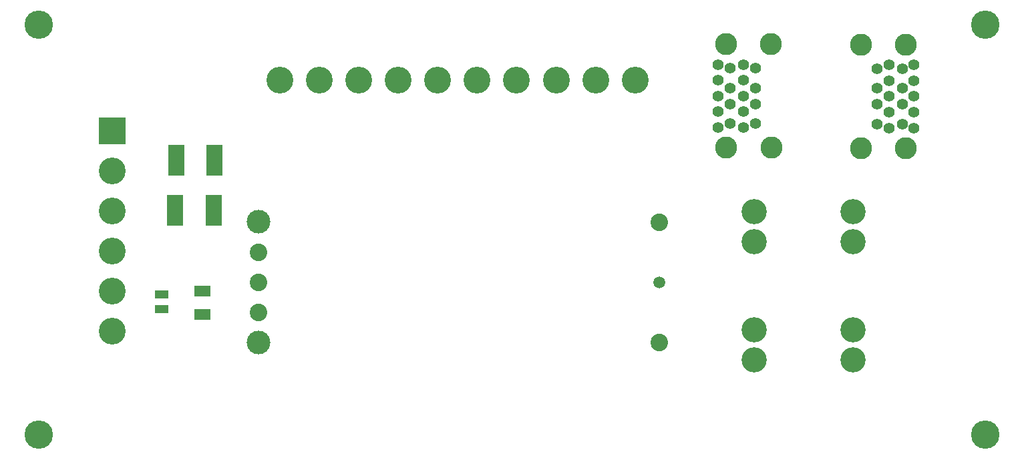
<source format=gbr>
G04 #@! TF.FileFunction,Soldermask,Top*
%FSLAX46Y46*%
G04 Gerber Fmt 4.6, Leading zero omitted, Abs format (unit mm)*
G04 Created by KiCad (PCBNEW 4.0.7) date 04/30/18 00:58:59*
%MOMM*%
%LPD*%
G01*
G04 APERTURE LIST*
%ADD10C,0.100000*%
%ADD11C,3.600000*%
%ADD12R,2.000000X1.400000*%
%ADD13R,3.400000X3.400000*%
%ADD14C,3.400000*%
%ADD15C,3.200000*%
%ADD16C,2.990000*%
%ADD17C,2.230000*%
%ADD18C,1.500000*%
%ADD19R,2.000000X3.900000*%
%ADD20R,1.700000X1.100000*%
%ADD21C,2.800000*%
%ADD22C,1.400000*%
G04 APERTURE END LIST*
D10*
D11*
X173300000Y-109400000D03*
X173300000Y-161400000D03*
X53300000Y-161400000D03*
X53300000Y-109400000D03*
D12*
X74038032Y-146143286D03*
X74038032Y-143143286D03*
D13*
X62649100Y-122834400D03*
D14*
X62649100Y-127914400D03*
X62649100Y-132994400D03*
X62649100Y-138074400D03*
X62649100Y-143154400D03*
X62649100Y-148234400D03*
D15*
X144014800Y-133080600D03*
X144014800Y-136880600D03*
X156514800Y-133080600D03*
X156514800Y-136880600D03*
X144014800Y-148080600D03*
X144014800Y-151880600D03*
X156514800Y-148080600D03*
X156514800Y-151880600D03*
D16*
X81188700Y-149662000D03*
X81188700Y-134372000D03*
D17*
X81188700Y-145852000D03*
X81188700Y-142042000D03*
X81188700Y-138232000D03*
X131988700Y-149662000D03*
D18*
X131988700Y-142042000D03*
D17*
X132008700Y-134422000D03*
D19*
X70621440Y-132904538D03*
X75498240Y-132904538D03*
X75599840Y-126554538D03*
X70723040Y-126554538D03*
D14*
X128888700Y-116432000D03*
X123898700Y-116422000D03*
X118898700Y-116422000D03*
X113888700Y-116432000D03*
X108888700Y-116432000D03*
X103898700Y-116422000D03*
X98898700Y-116422000D03*
X93888700Y-116432000D03*
X88888700Y-116432000D03*
X83888700Y-116432000D03*
D20*
X68856432Y-145491686D03*
X68856432Y-143591686D03*
D21*
X157574500Y-125042200D03*
X163254500Y-125042200D03*
X163254500Y-111902200D03*
X157584500Y-111902200D03*
D22*
X159574500Y-114972200D03*
X159574500Y-121972200D03*
X159574500Y-119472200D03*
X159574500Y-117472200D03*
X161074500Y-114472200D03*
X161074500Y-116472200D03*
X161074500Y-118462200D03*
X161074500Y-120472200D03*
X161074500Y-122472200D03*
X162774500Y-121972200D03*
X162774500Y-119472200D03*
X162774500Y-117472200D03*
X162774500Y-114972200D03*
X164274500Y-114472200D03*
X164274500Y-116472200D03*
X164274500Y-118472200D03*
X164274500Y-120472200D03*
X164274500Y-122472200D03*
D21*
X146161600Y-125001600D03*
X140481600Y-125001600D03*
X140481600Y-111861600D03*
X146151600Y-111861600D03*
D22*
X144161600Y-114931600D03*
X144161600Y-121931600D03*
X144161600Y-119431600D03*
X144161600Y-117431600D03*
X142661600Y-114431600D03*
X142661600Y-116431600D03*
X142661600Y-118421600D03*
X142661600Y-120431600D03*
X142661600Y-122431600D03*
X140961600Y-121931600D03*
X140961600Y-119431600D03*
X140961600Y-117431600D03*
X140961600Y-114931600D03*
X139461600Y-114431600D03*
X139461600Y-116431600D03*
X139461600Y-118431600D03*
X139461600Y-120431600D03*
X139461600Y-122431600D03*
M02*

</source>
